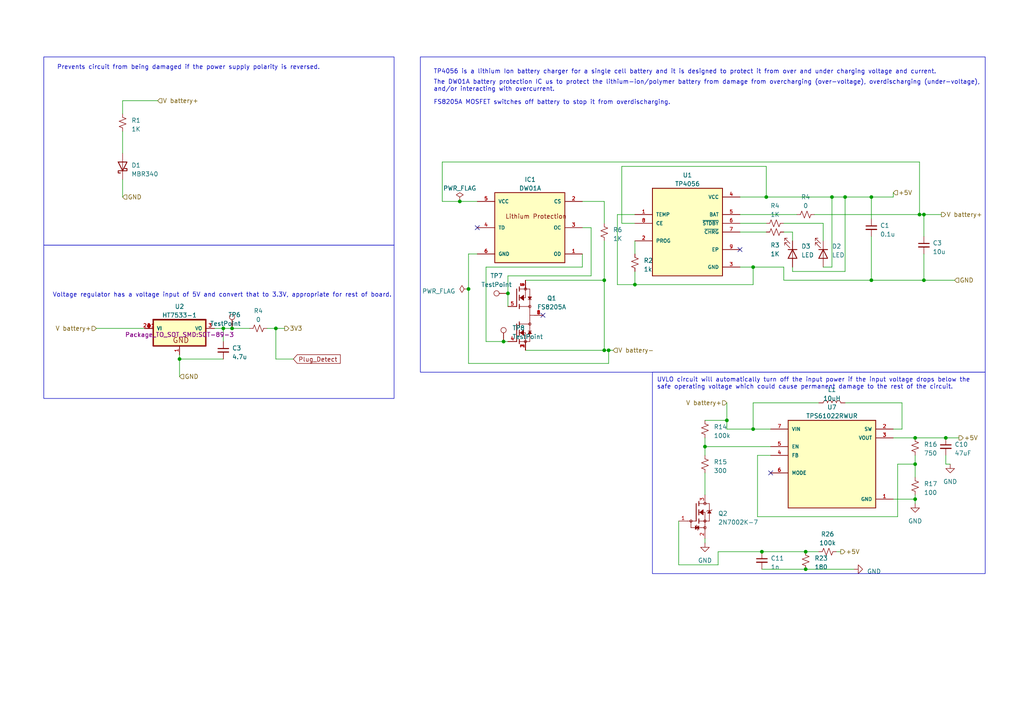
<source format=kicad_sch>
(kicad_sch (version 20230121) (generator eeschema)
  (paper "A4")
  (title_block (title "Power Module") (date "2023-04-13") (rev "v0.21") (company "University of Cape Town") (comment 1 "Author: Sayuri Moodley"))
  (lib_symbols
    (symbol "Connector:TestPoint" (pin_numbers hide) (pin_names (offset 0.762) hide)
      (property "Reference" "TP" (at 0 6.858 0))
      (property "Value" "TestPoint" (at 0 5.08 0))
      (symbol "TestPoint_0_1"
        (circle (center 0 3.302) (radius 0.762))
      )
      (symbol "TestPoint_1_1"
        (pin passive line (at 0 0 90) (length 2.54) (name "1") (number "1"))
      )
    )
    (symbol "Device:C_Small" (pin_numbers hide) (pin_names (offset 0.254) hide)
      (property "Reference" "C" (at 0.254 1.778 0))
      (property "Value" "C_Small" (at 0.254 -2.032 0))
      (symbol "C_Small_0_1"
        (polyline (pts (xy -1.524 -0.508) (xy 1.524 -0.508)) (stroke (width 0.3302)))
        (polyline (pts (xy -1.524 0.508) (xy 1.524 0.508)) (stroke (width 0.3048)))
      )
      (symbol "C_Small_1_1"
        (pin passive line (at 0 2.54 270) (length 2.032) (name "~") (number "1"))
        (pin passive line (at 0 -2.54 90) (length 2.032) (name "~") (number "2"))
      )
    )
    (symbol "Device:L" (pin_numbers hide) (pin_names (offset 1.016) hide)
      (property "Reference" "L" (at -1.27 0 90))
      (property "Value" "L" (at 1.905 0 90))
      (symbol "L_0_1"
        (arc (start 0 -2.54) (mid 0.6323 -1.905) (end 0 -1.27))
        (arc (start 0 -1.27) (mid 0.6323 -0.635) (end 0 0))
        (arc (start 0 0) (mid 0.6323 0.635) (end 0 1.27))
        (arc (start 0 1.27) (mid 0.6323 1.905) (end 0 2.54))
      )
      (symbol "L_1_1"
        (pin passive line (at 0 3.81 270) (length 1.27) (name "1") (number "1"))
        (pin passive line (at 0 -3.81 90) (length 1.27) (name "2") (number "2"))
      )
    )
    (symbol "Device:LED" (pin_numbers hide) (pin_names (offset 1.016) hide)
      (property "Reference" "D" (at 0 2.54 0))
      (property "Value" "LED" (at 0 -2.54 0))
      (symbol "LED_0_1"
        (polyline (pts (xy -1.27 -1.27) (xy -1.27 1.27)) (stroke (width 0.254)))
        (polyline (pts (xy -1.27 0) (xy 1.27 0)))
        (polyline (pts (xy 1.27 -1.27) (xy 1.27 1.27) (xy -1.27 0) (xy 1.27 -1.27)) (stroke (width 0.254)))
        (polyline (pts (xy -3.048 -0.762) (xy -4.572 -2.286) (xy -3.81 -2.286) (xy -4.572 -2.286) (xy -4.572 -1.524)))
        (polyline (pts (xy -1.778 -0.762) (xy -3.302 -2.286) (xy -2.54 -2.286) (xy -3.302 -2.286) (xy -3.302 -1.524)))
      )
      (symbol "LED_1_1"
        (pin passive line (at -3.81 0 0) (length 2.54) (name "K") (number "1"))
        (pin passive line (at 3.81 0 180) (length 2.54) (name "A") (number "2"))
      )
    )
    (symbol "Device:R_Small_US" (pin_numbers hide) (pin_names (offset 0.254) hide)
      (property "Reference" "R" (at 0.762 0.508 0))
      (property "Value" "R_Small_US" (at 0.762 -1.016 0))
      (symbol "R_Small_US_1_1"
        (polyline (pts (xy 0 0) (xy 1.016 -0.381) (xy 0 -0.762) (xy -1.016 -1.143) (xy 0 -1.524)))
        (polyline (pts (xy 0 1.524) (xy 1.016 1.143) (xy 0 0.762) (xy -1.016 0.381) (xy 0 0)))
        (pin passive line (at 0 2.54 270) (length 1.016) (name "~") (number "1"))
        (pin passive line (at 0 -2.54 90) (length 1.016) (name "~") (number "2"))
      )
    )
    (symbol "Diode:MBR340" (pin_numbers hide) (pin_names (offset 1.016) hide)
      (property "Reference" "D" (at 0 2.54 0))
      (property "Value" "MBR340" (at 0 -2.54 0))
      (symbol "MBR340_0_1"
        (polyline (pts (xy 1.27 0) (xy -1.27 0)))
        (polyline (pts (xy 1.27 1.27) (xy 1.27 -1.27) (xy -1.27 0) (xy 1.27 1.27)) (stroke (width 0.254)))
        (polyline (pts (xy -1.905 0.635) (xy -1.905 1.27) (xy -1.27 1.27) (xy -1.27 -1.27) (xy -0.635 -1.27) (xy -0.635 -0.635)) (stroke (width 0.254)))
      )
      (symbol "MBR340_1_1"
        (pin passive line (at -3.81 0 0) (length 2.54) (name "K") (number "1"))
        (pin passive line (at 3.81 0 180) (length 2.54) (name "A") (number "2"))
      )
    )
    (symbol "EEEE3088 Library:2N7002K-7" (pin_names (offset 1.016))
      (property "Reference" "Q" (at -8.89 2.54 0))
      (property "Value" "2N7002K-7" (at -8.89 -10.16 0))
      (symbol "2N7002K-7_0_0"
        (circle (center -1.524 -2.54) (radius 0.3592))
        (polyline (pts (xy -1.524 -4.445) (xy 0 -4.445)) (stroke (width 0.1524)))
        (polyline (pts (xy -1.524 -2.54) (xy -2.54 -2.54)) (stroke (width 0.1524)))
        (polyline (pts (xy -1.524 -2.54) (xy -1.524 -4.445)) (stroke (width 0.1524)))
        (polyline (pts (xy -0.254 -4.953) (xy 0 -4.445)) (stroke (width 0.1524)))
        (polyline (pts (xy -0.254 -4.953) (xy 0.254 -4.445)) (stroke (width 0.1524)))
        (polyline (pts (xy -0.254 -4.699) (xy -0.254 -4.953)) (stroke (width 0.1524)))
        (polyline (pts (xy -0.254 -4.699) (xy 0.254 -4.445)) (stroke (width 0.1524)))
        (polyline (pts (xy -0.254 -4.191) (xy -0.254 -4.699)) (stroke (width 0.1524)))
        (polyline (pts (xy -0.254 -4.191) (xy 0.254 -4.445)) (stroke (width 0.1524)))
        (polyline (pts (xy -0.254 -3.937) (xy -0.254 -4.191)) (stroke (width 0.1524)))
        (polyline (pts (xy -0.254 -3.937) (xy 0 -4.445)) (stroke (width 0.1524)))
        (polyline (pts (xy 0 -4.445) (xy -0.254 -4.699)) (stroke (width 0.1524)))
        (polyline (pts (xy 0 -4.445) (xy -0.254 -4.191)) (stroke (width 0.1524)))
        (polyline (pts (xy 0 -4.445) (xy 0.254 -4.445)) (stroke (width 0.1524)))
        (polyline (pts (xy 0 -3.683) (xy 0.254 -3.937)) (stroke (width 0.1524)))
        (polyline (pts (xy 0 -2.54) (xy -1.524 -2.54)) (stroke (width 0.1524)))
        (polyline (pts (xy 0 2.54) (xy 0 -2.54)) (stroke (width 0.254)))
        (polyline (pts (xy 0.254 -4.953) (xy 0.508 -5.207)) (stroke (width 0.1524)))
        (polyline (pts (xy 0.254 -4.445) (xy -0.254 -3.937)) (stroke (width 0.1524)))
        (polyline (pts (xy 0.254 -4.445) (xy 0.254 -4.953)) (stroke (width 0.1524)))
        (polyline (pts (xy 0.254 -4.445) (xy 0.254 -3.937)) (stroke (width 0.1524)))
        (polyline (pts (xy 0.254 -4.445) (xy 0.508 -4.445)) (stroke (width 0.1524)))
        (polyline (pts (xy 0.254 -4.445) (xy 0.762 -4.699)) (stroke (width 0.1524)))
        (polyline (pts (xy 0.508 -4.445) (xy 0.508 -4.191)) (stroke (width 0.1524)))
        (polyline (pts (xy 0.508 -4.445) (xy 0.762 -4.953)) (stroke (width 0.1524)))
        (polyline (pts (xy 0.508 -4.445) (xy 2.54 -4.445)) (stroke (width 0.1524)))
        (polyline (pts (xy 0.508 -4.191) (xy 0.254 -4.445)) (stroke (width 0.1524)))
        (polyline (pts (xy 0.508 -4.191) (xy 0.762 -4.191)) (stroke (width 0.1524)))
        (polyline (pts (xy 0.508 -4.191) (xy 0.762 -3.937)) (stroke (width 0.1524)))
        (polyline (pts (xy 0.762 -4.953) (xy 0.254 -4.445)) (stroke (width 0.1524)))
        (polyline (pts (xy 0.762 -4.699) (xy 0.508 -4.191)) (stroke (width 0.1524)))
        (polyline (pts (xy 0.762 -4.699) (xy 0.762 -4.953)) (stroke (width 0.1524)))
        (polyline (pts (xy 0.762 -4.191) (xy 0.508 -4.445)) (stroke (width 0.1524)))
        (polyline (pts (xy 0.762 -4.191) (xy 0.762 -4.699)) (stroke (width 0.1524)))
        (polyline (pts (xy 0.762 -3.937) (xy 0.762 -4.191)) (stroke (width 0.1524)))
        (polyline (pts (xy 0.762 -2.54) (xy 0.762 -3.175)) (stroke (width 0.254)))
        (polyline (pts (xy 0.762 -1.905) (xy 0.762 -2.54)) (stroke (width 0.254)))
        (polyline (pts (xy 0.762 0) (xy 0.762 -0.762)) (stroke (width 0.254)))
        (polyline (pts (xy 0.762 0) (xy 2.54 0)) (stroke (width 0.1524)))
        (polyline (pts (xy 0.762 0.762) (xy 0.762 0)) (stroke (width 0.254)))
        (polyline (pts (xy 0.762 2.54) (xy 0.762 1.905)) (stroke (width 0.254)))
        (polyline (pts (xy 0.762 2.54) (xy 3.81 2.54)) (stroke (width 0.1524)))
        (polyline (pts (xy 0.762 3.175) (xy 0.762 2.54)) (stroke (width 0.254)))
        (polyline (pts (xy 2.54 -2.54) (xy 0.762 -2.54)) (stroke (width 0.1524)))
        (polyline (pts (xy 2.54 -2.54) (xy 2.54 -5.08)) (stroke (width 0.1524)))
        (polyline (pts (xy 2.54 -2.54) (xy 3.81 -2.54)) (stroke (width 0.1524)))
        (polyline (pts (xy 2.54 0) (xy 2.54 -2.54)) (stroke (width 0.1524)))
        (polyline (pts (xy 3.302 0.508) (xy 3.048 0.254)) (stroke (width 0.1524)))
        (polyline (pts (xy 3.81 0.508) (xy 3.302 0.508)) (stroke (width 0.1524)))
        (polyline (pts (xy 3.81 0.508) (xy 3.81 -2.54)) (stroke (width 0.1524)))
        (polyline (pts (xy 3.81 2.54) (xy 3.81 0.508)) (stroke (width 0.1524)))
        (polyline (pts (xy 4.318 0.508) (xy 3.81 0.508)) (stroke (width 0.1524)))
        (polyline (pts (xy 4.572 0.762) (xy 4.318 0.508)) (stroke (width 0.1524)))
        (polyline (pts (xy 1.016 0) (xy 2.032 0.762) (xy 2.032 -0.762) (xy 1.016 0)) (stroke (width 0.1524)) (fill (type outline)))
        (polyline (pts (xy 3.81 0.508) (xy 3.302 -0.254) (xy 4.318 -0.254) (xy 3.81 0.508)) (stroke (width 0.1524)) (fill (type outline)))
        (circle (center 2.54 -4.445) (radius 0.3592))
        (circle (center 2.54 -2.54) (radius 0.3592))
        (circle (center 2.54 2.54) (radius 0.3592))
        (pin passive line (at -5.08 -2.54 0) (length 2.54) (name "~") (number "1"))
        (pin passive line (at 2.54 -7.62 90) (length 2.54) (name "~") (number "2"))
        (pin passive line (at 2.54 5.08 270) (length 2.54) (name "~") (number "3"))
      )
    )
    (symbol "EEEE3088 Library:DW01A" (pin_names (offset 1.016))
      (property "Reference" "IC" (at -5.08 11.43 0))
      (property "Value" "DW01A" (at -5.08 -12.7 0))
      (symbol "DW01A_0_0"
        (rectangle (start -10.16 -10.16) (end 10.16 10.16) (stroke (width 0.254)) (fill (type background)))
        (text "Lithium Protection" (at -7.112 2.54 0) (effects (font (size 1.27 1.27)) (justify left bottom)))
        (pin bidirectional line (at 15.24 -7.62 180) (length 5.08) (name "OD") (number "1"))
        (pin bidirectional line (at 15.24 7.62 180) (length 5.08) (name "CS") (number "2"))
        (pin bidirectional line (at 15.24 0 180) (length 5.08) (name "OC") (number "3"))
        (pin bidirectional line (at -15.24 0 0) (length 5.08) (name "TD") (number "4"))
        (pin power_in line (at -15.24 7.62 0) (length 5.08) (name "VCC") (number "5"))
        (pin power_in line (at -15.24 -7.62 0) (length 5.08) (name "GND") (number "6"))
      )
    )
    (symbol "EEEE3088 Library:FS8205A" (pin_names (offset 1.016))
      (property "Reference" "Q" (at -11.43 7.62 0))
      (property "Value" "FS8205A" (at -11.43 -12.7 0))
      (symbol "FS8205A_0_0"
        (circle (center 0 -7.62) (radius 0.3592))
        (polyline (pts (xy -2.54 -2.54) (xy -2.54 -7.62)) (stroke (width 0.254)))
        (polyline (pts (xy -2.54 7.62) (xy -2.54 2.54)) (stroke (width 0.254)))
        (polyline (pts (xy -1.778 -7.62) (xy -1.778 -8.255)) (stroke (width 0.254)))
        (polyline (pts (xy -1.778 -6.985) (xy -1.778 -7.62)) (stroke (width 0.254)))
        (polyline (pts (xy -1.778 -5.08) (xy -1.778 -5.842)) (stroke (width 0.254)))
        (polyline (pts (xy -1.778 -5.08) (xy 0 -5.08)) (stroke (width 0.1524)))
        (polyline (pts (xy -1.778 -4.318) (xy -1.778 -5.08)) (stroke (width 0.254)))
        (polyline (pts (xy -1.778 -2.54) (xy -1.778 -3.175)) (stroke (width 0.254)))
        (polyline (pts (xy -1.778 -2.54) (xy 1.27 -2.54)) (stroke (width 0.1524)))
        (polyline (pts (xy -1.778 -1.905) (xy -1.778 -2.54)) (stroke (width 0.254)))
        (polyline (pts (xy -1.778 2.54) (xy -1.778 1.905)) (stroke (width 0.254)))
        (polyline (pts (xy -1.778 3.175) (xy -1.778 2.54)) (stroke (width 0.254)))
        (polyline (pts (xy -1.778 5.08) (xy -1.778 4.318)) (stroke (width 0.254)))
        (polyline (pts (xy -1.778 5.08) (xy 0 5.08)) (stroke (width 0.1524)))
        (polyline (pts (xy -1.778 5.842) (xy -1.778 5.08)) (stroke (width 0.254)))
        (polyline (pts (xy -1.778 7.62) (xy -1.778 6.985)) (stroke (width 0.254)))
        (polyline (pts (xy -1.778 7.62) (xy 1.27 7.62)) (stroke (width 0.1524)))
        (polyline (pts (xy -1.778 8.255) (xy -1.778 7.62)) (stroke (width 0.254)))
        (polyline (pts (xy 0 -7.62) (xy -1.778 -7.62)) (stroke (width 0.1524)))
        (polyline (pts (xy 0 -7.62) (xy 1.27 -7.62)) (stroke (width 0.1524)))
        (polyline (pts (xy 0 -5.08) (xy 0 -7.62)) (stroke (width 0.1524)))
        (polyline (pts (xy 0 7.62) (xy 0 5.08)) (stroke (width 0.1524)))
        (polyline (pts (xy 0.762 4.572) (xy 1.27 4.572)) (stroke (width 0.1524)))
        (polyline (pts (xy 1.27 -4.572) (xy 0.762 -4.572)) (stroke (width 0.1524)))
        (polyline (pts (xy 1.27 -4.572) (xy 1.27 -7.62)) (stroke (width 0.1524)))
        (polyline (pts (xy 1.27 -2.54) (xy 1.27 -4.572)) (stroke (width 0.1524)))
        (polyline (pts (xy 1.27 -2.54) (xy 1.27 0)) (stroke (width 0.1524)))
        (polyline (pts (xy 1.27 0) (xy 1.27 2.54)) (stroke (width 0.1524)))
        (polyline (pts (xy 1.27 0) (xy 2.54 0)) (stroke (width 0.1524)))
        (polyline (pts (xy 1.27 2.54) (xy -1.778 2.54)) (stroke (width 0.1524)))
        (polyline (pts (xy 1.27 2.54) (xy 1.27 4.572)) (stroke (width 0.1524)))
        (polyline (pts (xy 1.27 4.572) (xy 1.27 7.62)) (stroke (width 0.1524)))
        (polyline (pts (xy 1.27 4.572) (xy 1.778 4.572)) (stroke (width 0.1524)))
        (polyline (pts (xy 1.778 -4.572) (xy 1.27 -4.572)) (stroke (width 0.1524)))
        (polyline (pts (xy -1.524 -5.08) (xy -0.508 -4.318) (xy -0.508 -5.842) (xy -1.524 -5.08)) (stroke (width 0.1524)) (fill (type outline)))
        (polyline (pts (xy -1.524 5.08) (xy -0.508 5.842) (xy -0.508 4.318) (xy -1.524 5.08)) (stroke (width 0.1524)) (fill (type outline)))
        (polyline (pts (xy 1.27 -4.572) (xy 0.762 -5.334) (xy 1.778 -5.334) (xy 1.27 -4.572)) (stroke (width 0.1524)) (fill (type outline)))
        (polyline (pts (xy 1.27 4.572) (xy 1.778 5.334) (xy 0.762 5.334) (xy 1.27 4.572)) (stroke (width 0.1524)) (fill (type outline)))
        (circle (center 0 7.62) (radius 0.3592))
        (circle (center 1.27 -2.54) (radius 0.3592))
        (circle (center 1.27 2.54) (radius 0.3592))
        (pin passive line (at 5.08 0 180) (length 2.54) (name "~") (number "1"))
        (pin passive line (at 0 -10.16 90) (length 2.54) (name "~") (number "2"))
        (pin passive line (at 0 -10.16 90) (length 2.54) (name "~") (number "3"))
        (pin passive line (at -5.08 -7.62 0) (length 2.54) (name "~") (number "4"))
        (pin passive line (at -5.08 2.54 0) (length 2.54) (name "~") (number "5"))
        (pin passive line (at 0 10.16 270) (length 2.54) (name "~") (number "6"))
        (pin passive line (at 0 10.16 270) (length 2.54) (name "~") (number "7"))
        (pin passive line (at 5.08 0 180) (length 2.54) (name "~") (number "8"))
      )
    )
    (symbol "EEEE3088 Library:HT7533-1" (pin_names (offset 1.016))
      (property "Reference" "U" (at -7.6228 8.2581 0))
      (property "Value" "HT7533-1" (at -7.6342 5.7256 0))
      (symbol "HT7533-1_0_0"
        (rectangle (start -7.62 -2.54) (end 7.62 5.08) (stroke (width 0.4064)) (fill (type background)))
        (polyline (pts (xy 7.62 5.08) (xy -7.62 5.08)) (stroke (width 0.4064)))
        (text "GND" (at -2.036 -1.7815 0) (effects (font (size 1.527 1.527)) (justify left bottom)))
        (pin passive line (at 0 -5.08 90) (length 2.54) (name "~") (number "1"))
        (pin input line (at -10.16 2.54 0) (length 2.54) (name "VI") (number "2"))
        (pin input line (at -10.16 2.54 0) (length 2.54) (name "VI") (number "2@1"))
        (pin passive line (at 10.16 2.54 180) (length 2.54) (name "VO") (number "3"))
      )
    )
    (symbol "EEEE3088 Library:TP4056" (pin_names (offset 1.016))
      (property "Reference" "U" (at -10.16 13.208 0))
      (property "Value" "TP4056" (at -10.16 -15.24 0))
      (symbol "TP4056_0_0"
        (rectangle (start -10.16 -12.7) (end 10.16 12.7) (stroke (width 0.254)) (fill (type background)))
        (pin input line (at -15.24 5.08 0) (length 5.08) (name "TEMP") (number "1"))
        (pin bidirectional line (at -15.24 -2.54 0) (length 5.08) (name "PROG") (number "2"))
        (pin power_in line (at 15.24 -10.16 180) (length 5.08) (name "GND") (number "3"))
        (pin power_in line (at 15.24 10.16 180) (length 5.08) (name "VCC") (number "4"))
        (pin output line (at 15.24 5.08 180) (length 5.08) (name "BAT") (number "5"))
        (pin output line (at 15.24 2.54 180) (length 5.08) (name "~{STDBY}") (number "6"))
        (pin output line (at 15.24 0 180) (length 5.08) (name "~{CHRG}") (number "7"))
        (pin input line (at -15.24 2.54 0) (length 5.08) (name "CE") (number "8"))
        (pin passive line (at 15.24 -5.08 180) (length 5.08) (name "EP") (number "9"))
      )
    )
    (symbol "EEEE3088 Library:TPS61022RWUR" (pin_names (offset 1.016))
      (property "Reference" "U" (at -12.7 13.97 0))
      (property "Value" "TPS61022RWUR" (at -12.7 -13.97 0))
      (symbol "TPS61022RWUR_0_0"
        (rectangle (start -12.7 -12.7) (end 12.7 12.7) (stroke (width 0.254)) (fill (type background)))
        (pin power_in line (at 17.78 -10.16 180) (length 5.08) (name "GND") (number "1"))
        (pin output line (at 17.78 10.16 180) (length 5.08) (name "SW") (number "2"))
        (pin output line (at 17.78 7.62 180) (length 5.08) (name "VOUT") (number "3"))
        (pin input line (at -17.78 2.54 0) (length 5.08) (name "FB") (number "4"))
        (pin input line (at -17.78 5.08 0) (length 5.08) (name "EN") (number "5"))
        (pin input line (at -17.78 -2.54 0) (length 5.08) (name "MODE") (number "6"))
        (pin input line (at -17.78 10.16 0) (length 5.08) (name "VIN") (number "7"))
      )
    )
    (symbol "power:GND" (power) (pin_names (offset 0))
      (property "Value" "GND" (at 0 -3.81 0))
      (symbol "GND_0_1"
        (polyline (pts (xy 0 0) (xy 0 -1.27) (xy 1.27 -1.27) (xy 0 -2.54) (xy -1.27 -1.27) (xy 0 -1.27)))
      )
      (symbol "GND_1_1"
        (pin power_in line (at 0 0 270) (length 0) hide (name "GND") (number "1"))
      )
    )
    (symbol "power:PWR_FLAG" (power) (pin_numbers hide) (pin_names (offset 0) hide)
      (property "Value" "PWR_FLAG" (at 0 3.81 0))
      (symbol "PWR_FLAG_0_0"
        (pin power_out line (at 0 0 90) (length 0) (name "pwr") (number "1"))
      )
      (symbol "PWR_FLAG_0_1"
        (polyline (pts (xy 0 0) (xy 0 1.27) (xy -1.016 1.905) (xy 0 2.54) (xy 1.016 1.905) (xy 0 1.27)))
      )
    )
  )
  (junction (at 252.73 81.28))
  (junction (at 265.43 134.62))
  (junction (at 245.11 57.15))
  (junction (at 175.26 81.28))
  (junction (at 175.26 101.6))
  (junction (at 220.98 160.02))
  (junction (at 233.68 160.02))
  (junction (at 210.82 121.92))
  (junction (at 267.97 81.28))
  (junction (at 233.68 165.1))
  (junction (at 241.3 57.15))
  (junction (at 52.07 104.14))
  (junction (at 218.44 77.47))
  (junction (at 135.89 83.82))
  (junction (at 67.31 95.25))
  (junction (at 267.97 62.23))
  (junction (at 266.7 62.23))
  (junction (at 222.25 57.15))
  (junction (at 147.32 85.09))
  (junction (at 80.01 95.25))
  (junction (at 274.32 127))
  (junction (at 218.44 124.46))
  (junction (at 204.47 129.54))
  (junction (at 265.43 144.78))
  (junction (at 184.15 82.55))
  (junction (at 133.35 58.42))
  (junction (at 146.05 99.06))
  (junction (at 252.73 57.15))
  (junction (at 176.53 101.6))
  (junction (at 265.43 127))
  (junction (at 64.77 95.25))
  (no_connect (at 138.43 66.04))
  (no_connect (at 214.63 72.39))
  (no_connect (at 157.48 91.44))
  (no_connect (at 223.52 137.16))
  (wire (pts (xy 204.47 127) (xy 204.47 129.54)))
  (wire (pts (xy 168.91 66.04) (xy 171.45 66.04)))
  (wire (pts (xy 229.87 78.74) (xy 245.11 78.74)))
  (wire (pts (xy 180.34 64.77) (xy 180.34 48.26)))
  (wire (pts (xy 35.56 38.1) (xy 35.56 44.45)))
  (wire (pts (xy 135.89 83.82) (xy 135.89 105.41)))
  (wire (pts (xy 147.32 80.01) (xy 171.45 80.01)))
  (wire (pts (xy 274.32 132.08) (xy 274.32 134.62)))
  (wire (pts (xy 204.47 129.54) (xy 223.52 129.54)))
  (wire (pts (xy 265.43 134.62) (xy 265.43 138.43)))
  (wire (pts (xy 140.97 77.47) (xy 140.97 99.06)))
  (wire (pts (xy 220.98 165.1) (xy 233.68 165.1)))
  (wire (pts (xy 265.43 143.51) (xy 265.43 144.78)))
  (wire (pts (xy 176.53 105.41) (xy 176.53 101.6)))
  (wire (pts (xy 267.97 73.66) (xy 267.97 81.28)))
  (wire (pts (xy 233.68 165.1) (xy 247.65 165.1)))
  (wire (pts (xy 241.3 57.15) (xy 245.11 57.15)))
  (wire (pts (xy 85.09 104.14) (xy 80.01 104.14)))
  (wire (pts (xy 245.11 78.74) (xy 245.11 57.15)))
  (wire (pts (xy 204.47 121.92) (xy 210.82 121.92)))
  (wire (pts (xy 219.71 132.08) (xy 219.71 149.86)))
  (wire (pts (xy 168.91 77.47) (xy 140.97 77.47)))
  (wire (pts (xy 218.44 124.46) (xy 223.52 124.46)))
  (wire (pts (xy 214.63 64.77) (xy 222.25 64.77)))
  (wire (pts (xy 214.63 57.15) (xy 222.25 57.15)))
  (wire (pts (xy 175.26 58.42) (xy 175.26 64.77)))
  (wire (pts (xy 227.33 64.77) (xy 238.76 64.77)))
  (wire (pts (xy 233.68 160.02) (xy 237.49 160.02)))
  (wire (pts (xy 238.76 77.47) (xy 241.3 77.47)))
  (wire (pts (xy 218.44 82.55) (xy 218.44 77.47)))
  (wire (pts (xy 168.91 73.66) (xy 168.91 77.47)))
  (wire (pts (xy 147.32 80.01) (xy 147.32 85.09)))
  (wire (pts (xy 214.63 67.31) (xy 222.25 67.31)))
  (wire (pts (xy 175.26 81.28) (xy 152.4 81.28)))
  (wire (pts (xy 179.07 62.23) (xy 184.15 62.23)))
  (wire (pts (xy 259.08 144.78) (xy 265.43 144.78)))
  (wire (pts (xy 245.11 116.84) (xy 261.62 116.84)))
  (wire (pts (xy 140.97 99.06) (xy 146.05 99.06)))
  (wire (pts (xy 138.43 73.66) (xy 135.89 73.66)))
  (wire (pts (xy 236.22 62.23) (xy 266.7 62.23)))
  (wire (pts (xy 52.07 104.14) (xy 52.07 109.22)))
  (wire (pts (xy 62.23 95.25) (xy 64.77 95.25)))
  (wire (pts (xy 241.3 57.15) (xy 241.3 77.47)))
  (wire (pts (xy 208.28 160.02) (xy 208.28 163.83)))
  (wire (pts (xy 146.05 99.06) (xy 147.32 99.06)))
  (wire (pts (xy 261.62 116.84) (xy 261.62 124.46)))
  (wire (pts (xy 259.08 55.88) (xy 259.08 57.15)))
  (wire (pts (xy 245.11 57.15) (xy 252.73 57.15)))
  (wire (pts (xy 64.77 95.25) (xy 64.77 99.06)))
  (wire (pts (xy 138.43 58.42) (xy 133.35 58.42)))
  (wire (pts (xy 267.97 62.23) (xy 273.05 62.23)))
  (wire (pts (xy 147.32 88.9) (xy 147.32 85.09)))
  (wire (pts (xy 67.31 95.25) (xy 72.39 95.25)))
  (wire (pts (xy 223.52 132.08) (xy 219.71 132.08)))
  (wire (pts (xy 128.27 46.99) (xy 266.7 46.99)))
  (wire (pts (xy 35.56 52.07) (xy 35.56 57.15)))
  (wire (pts (xy 204.47 156.21) (xy 204.47 157.48)))
  (wire (pts (xy 218.44 77.47) (xy 227.33 77.47)))
  (wire (pts (xy 265.43 132.08) (xy 265.43 134.62)))
  (wire (pts (xy 204.47 137.16) (xy 204.47 143.51)))
  (wire (pts (xy 179.07 62.23) (xy 179.07 82.55)))
  (wire (pts (xy 184.15 78.74) (xy 184.15 82.55)))
  (wire (pts (xy 77.47 95.25) (xy 80.01 95.25)))
  (wire (pts (xy 266.7 62.23) (xy 267.97 62.23)))
  (wire (pts (xy 214.63 77.47) (xy 218.44 77.47)))
  (wire (pts (xy 180.34 48.26) (xy 222.25 48.26)))
  (wire (pts (xy 227.33 77.47) (xy 227.33 81.28)))
  (wire (pts (xy 27.94 95.25) (xy 41.91 95.25)))
  (wire (pts (xy 229.87 67.31) (xy 229.87 69.85)))
  (wire (pts (xy 242.57 160.02) (xy 243.84 160.02)))
  (wire (pts (xy 35.56 29.21) (xy 35.56 33.02)))
  (wire (pts (xy 274.32 127) (xy 278.13 127)))
  (wire (pts (xy 45.72 29.21) (xy 35.56 29.21)))
  (wire (pts (xy 176.53 101.6) (xy 177.8 101.6)))
  (wire (pts (xy 210.82 116.84) (xy 210.82 121.92)))
  (wire (pts (xy 52.07 104.14) (xy 64.77 104.14)))
  (wire (pts (xy 128.27 46.99) (xy 128.27 58.42)))
  (wire (pts (xy 220.98 160.02) (xy 233.68 160.02)))
  (wire (pts (xy 219.71 149.86) (xy 260.35 149.86)))
  (wire (pts (xy 210.82 124.46) (xy 218.44 124.46)))
  (wire (pts (xy 133.35 58.42) (xy 128.27 58.42)))
  (wire (pts (xy 265.43 144.78) (xy 265.43 146.05)))
  (wire (pts (xy 175.26 81.28) (xy 175.26 101.6)))
  (wire (pts (xy 227.33 67.31) (xy 229.87 67.31)))
  (wire (pts (xy 208.28 160.02) (xy 220.98 160.02)))
  (wire (pts (xy 265.43 127) (xy 274.32 127)))
  (wire (pts (xy 184.15 64.77) (xy 180.34 64.77)))
  (wire (pts (xy 227.33 81.28) (xy 252.73 81.28)))
  (wire (pts (xy 260.35 134.62) (xy 265.43 134.62)))
  (wire (pts (xy 266.7 46.99) (xy 266.7 62.23)))
  (wire (pts (xy 64.77 95.25) (xy 67.31 95.25)))
  (wire (pts (xy 252.73 81.28) (xy 267.97 81.28)))
  (wire (pts (xy 196.85 163.83) (xy 196.85 151.13)))
  (wire (pts (xy 222.25 48.26) (xy 222.25 57.15)))
  (wire (pts (xy 214.63 62.23) (xy 231.14 62.23)))
  (wire (pts (xy 52.07 102.87) (xy 52.07 104.14)))
  (wire (pts (xy 184.15 82.55) (xy 218.44 82.55)))
  (wire (pts (xy 267.97 62.23) (xy 267.97 68.58)))
  (wire (pts (xy 80.01 95.25) (xy 80.01 104.14)))
  (wire (pts (xy 259.08 127) (xy 265.43 127)))
  (wire (pts (xy 267.97 81.28) (xy 276.86 81.28)))
  (wire (pts (xy 222.25 57.15) (xy 241.3 57.15)))
  (wire (pts (xy 152.4 101.6) (xy 175.26 101.6)))
  (wire (pts (xy 80.01 95.25) (xy 82.55 95.25)))
  (wire (pts (xy 218.44 116.84) (xy 218.44 124.46)))
  (wire (pts (xy 274.32 134.62) (xy 275.59 134.62)))
  (wire (pts (xy 210.82 121.92) (xy 210.82 124.46)))
  (wire (pts (xy 237.49 116.84) (xy 218.44 116.84)))
  (wire (pts (xy 252.73 68.58) (xy 252.73 81.28)))
  (wire (pts (xy 175.26 69.85) (xy 175.26 81.28)))
  (wire (pts (xy 260.35 149.86) (xy 260.35 134.62)))
  (wire (pts (xy 168.91 58.42) (xy 175.26 58.42)))
  (wire (pts (xy 204.47 129.54) (xy 204.47 132.08)))
  (wire (pts (xy 175.26 101.6) (xy 176.53 101.6)))
  (wire (pts (xy 171.45 80.01) (xy 171.45 66.04)))
  (wire (pts (xy 184.15 69.85) (xy 184.15 73.66)))
  (wire (pts (xy 179.07 82.55) (xy 184.15 82.55)))
  (wire (pts (xy 238.76 64.77) (xy 238.76 69.85)))
  (wire (pts (xy 135.89 105.41) (xy 176.53 105.41)))
  (wire (pts (xy 208.28 163.83) (xy 196.85 163.83)))
  (wire (pts (xy 252.73 57.15) (xy 252.73 63.5)))
  (wire (pts (xy 229.87 77.47) (xy 229.87 78.74)))
  (wire (pts (xy 261.62 124.46) (xy 259.08 124.46)))
  (wire (pts (xy 252.73 57.15) (xy 259.08 57.15)))
  (wire (pts (xy 135.89 73.66) (xy 135.89 83.82)))
  (rectangle (start 121.92 16.51) (end 285.75 107.95))
  (rectangle (start 189.23 107.95) (end 285.75 166.37))
  (rectangle (start 12.7 71.12) (end 114.3 115.57))
  (rectangle (start 12.7 16.51) (end 114.3 71.12))
  (text "The DW01A battery protection IC us to protect the lithium-ion/polymer battery from damage from overcharging (over-voltage), overdischarging (under-voltage), \nand/or interacting with overcurrent." (at 125.73 26.67 0) (effects (font (size 1.27 1.27)) (justify left bottom)))
  (text "FS8205A MOSFET switches off battery to stop it from overdischarging." (at 125.73 30.48 0) (effects (font (size 1.27 1.27)) (justify left bottom)))
  (text "UVLO circuit will automatically turn off the input power if the input voltage drops below the \nsafe operating voltage which could cause permanent damage to the rest of the circuit.\n" (at 190.5 113.03 0) (effects (font (size 1.27 1.27)) (justify left bottom)))
  (text "Prevents circuit from being damaged if the power supply polarity is reversed." (at 16.51 20.32 0) (effects (font (size 1.27 1.27)) (justify left bottom)))
  (text "TP4056 is a lithium Ion battery charger for a single cell battery and it is designed to protect it from over and under charging voltage and current." (at 125.73 21.59 0) (effects (font (size 1.27 1.27)) (justify left bottom)))
  (text "Voltage regulator has a voltage input of 5V and convert that to 3.3V, appropriate for rest of board.  " (at 15.24 86.36 0) (effects (font (size 1.27 1.27)) (justify left bottom)))
  (global_label "Plug_Detect" (shape input) (at 85.09 104.14 0) (property "Intersheetrefs" "${INTERSHEET_REFS}" (effects hide)))
  (hierarchical_label "V battery+" (shape input) (at 45.72 29.21 0))
  (hierarchical_label "V battery-" (shape input) (at 177.8 101.6 0))
  (hierarchical_label "3V3" (shape output) (at 82.55 95.25 0))
  (hierarchical_label "V battery+" (shape output) (at 273.05 62.23 0))
  (hierarchical_label "V battery+" (shape input) (at 27.94 95.25 180))
  (hierarchical_label "+5V" (shape input) (at 259.08 55.88 0))
  (hierarchical_label "GND" (shape input) (at 52.07 109.22 0))
  (hierarchical_label "V battery+" (shape input) (at 210.82 116.84 180))
  (hierarchical_label "GND" (shape input) (at 35.56 57.15 0))
  (hierarchical_label "+5V" (shape output) (at 243.84 160.02 0))
  (hierarchical_label "+5V" (shape output) (at 278.13 127 0))
  (hierarchical_label "GND" (shape input) (at 276.86 81.28 0))
  (symbol (lib_id "Connector:TestPoint") (at 67.31 95.25 0) (unit 1)
    (property "Reference" "TP6" (at 69.85 91.313 0) (effects (justify right)))
    (property "Value" "TestPoint" (at 69.85 93.853 0) (effects (justify right)))
    (property "Footprint" "TestPoint:TestPoint_Pad_D1.5mm" (effects hide))
  )
  (symbol (lib_id "power:PWR_FLAG") (at 135.89 83.82 90) (unit 1)
    (property "Reference" "#FLG04" (effects hide))
    (property "Value" "PWR_FLAG" (at 132.08 84.455 90) (effects (justify left)))
  )
  (symbol (lib_id "Device:R_Small_US") (at 265.43 140.97 0) (unit 1)
    (property "Reference" "R17" (at 267.97 140.335 0) (effects (justify left)))
    (property "Value" "100" (at 267.97 142.875 0) (effects (justify left)))
    (property "Footprint" "Resistor_SMD:R_1206_3216Metric" (effects hide))
    (property "Component Name" "Resistor" (effects hide))
    (property "Cost Per unit" "U$0.0031" (effects hide))
    (property "Cost per Board" "U$0.0031" (effects hide))
    (property "Five Board Cost" "U$0.0155" (effects hide))
    (property "LCSC" "C17900" (effects hide))
  )
  (symbol (lib_id "Connector:TestPoint") (at 147.32 85.09 90) (unit 1)
    (property "Reference" "TP7" (at 144.018 80.01 90))
    (property "Value" "TestPoint" (at 144.018 82.55 90))
    (property "Footprint" "TestPoint:TestPoint_Pad_D1.5mm" (effects hide))
  )
  (symbol (lib_id "Device:R_Small_US") (at 233.68 162.56 0) (unit 1)
    (property "Reference" "R23" (at 236.22 161.925 0) (effects (justify left)))
    (property "Value" "180" (at 236.22 164.465 0) (effects (justify left)))
    (property "Footprint" "Resistor_SMD:R_1206_3216Metric" (effects hide))
    (property "Component Name" "Resistor" (effects hide))
    (property "Cost Per unit" "U$0.0033" (effects hide))
    (property "Cost per Board" "U$0.0033" (effects hide))
    (property "Five Board Cost" "U$0.0165" (effects hide))
    (property "LCSC" "C17924" (effects hide))
  )
  (symbol (lib_id "EEEE3088 Library:TPS61022RWUR") (at 241.3 134.62 0) (unit 1)
    (property "Reference" "U7" (at 241.3 118.11 0))
    (property "Value" "TPS61022RWUR" (at 241.3 120.65 0))
    (property "Footprint" "newLibrary:CONV_TPS61022RWUR" (effects hide))
    (property "PARTREV" "4223724/C 02/2018" (effects hide))
    (property "MANUFACTURER" "Texas Instruments" (effects hide))
    (property "MAXIMUM_PACKAGE_HEIGHT" "1.00mm" (effects hide))
    (property "Component Name" "UVLO" (effects hide))
    (property "Cost Per unit" "U$0.6269" (effects hide))
    (property "Cost per Board" "U$0.6269" (effects hide))
    (property "Five Board Cost" "U$3.1345" (effects hide))
    (property "LCSC" "C915088" (effects hide))
  )
  (symbol (lib_id "EEEE3088 Library:2N7002K-7") (at 201.93 148.59 0) (unit 1)
    (property "Reference" "Q2" (at 208.28 148.9456 0) (effects (justify left)))
    (property "Value" "2N7002K-7" (at 208.28 151.4856 0) (effects (justify left)))
    (property "Footprint" "Package_TO_SOT_SMD:SOT-23" (effects hide))
    (property "MAXIMUM_PACKAGE_HIEGHT" "1.1mm" (effects hide))
    (property "PARTREV" "15-2" (effects hide))
    (property "MANUFACTURER" "Diodes Inc." (effects hide))
    (property "STANDARD" "IPC7351B" (effects hide))
    (property "Component Name" "MOSFET" (effects hide))
    (property "Cost Per unit" "U$0.0508" (effects hide))
    (property "Cost per Board" "U$0.0508" (effects hide))
    (property "Five Board Cost" "U$0.254" (effects hide))
    (property "LCSC" "C111971" (effects hide))
  )
  (symbol (lib_id "Device:R_Small_US") (at 184.15 76.2 0) (unit 1)
    (property "Reference" "R2" (at 186.69 75.565 0) (effects (justify left)))
    (property "Value" "1k" (at 186.69 78.105 0) (effects (justify left)))
    (property "Footprint" "Resistor_SMD:R_1206_3216Metric" (effects hide))
    (property "Cost per Board" "U$0.0030" (effects hide))
    (property "Five Board Cost" "U$0.0030" (effects hide))
    (property "JLC PCB Part Number" "NA" (effects hide))
    (property "Component Name" "Resistor" (effects hide))
    (property "Cost Per unit" "U$0.0030" (effects hide))
    (property "LCSC" "C25862" (effects hide))
    (property "JLC Part Number" "C4410" (effects hide))
    (instances (project "PowerSchematicNew" (path "" (reference "R2") (unit 1))) (project "main_v0.6" (path "" (reference "R11") (unit 1))))
  )
  (symbol (lib_id "power:PWR_FLAG") (at 133.35 58.42 0) (unit 1)
    (property "Reference" "#FLG02" (effects hide))
    (property "Value" "PWR_FLAG" (at 133.35 54.61 0))
    (instances (project "PowerSchematicNew" (path "" (reference "#FLG02") (unit 1))) (project "main_v0.6" (path "" (reference "#FLG03") (unit 1))))
  )
  (symbol (lib_id "Device:C_Small") (at 64.77 101.6 0) (unit 1)
    (property "Reference" "C3" (at 67.31 100.9713 0) (effects (justify left)))
    (property "Value" "4.7u" (at 67.31 103.5113 0) (effects (justify left)))
    (property "Footprint" "Capacitor_SMD:C_1206_3216Metric" (effects hide))
    (property "Cost per Board" "U$0.0339" (effects hide))
    (property "Five Board Cost" "U$0.1695" (effects hide))
    (property "JLC PCB Part Number" "NA" (effects hide))
    (property "Component Name" "Capacitor" (effects hide))
    (property "Cost Per unit" "U$0.0339" (effects hide))
    (property "LCSC" "C29823" (effects hide))
    (instances (project "PowerSchematicNew" (path "" (reference "C3") (unit 1))) (project "main_v0.6" (path "" (reference "C7") (unit 1))))
  )
  (symbol (lib_id "Device:R_Small_US") (at 224.79 64.77 270) (unit 1)
    (property "Reference" "R4" (at 224.79 59.69 90))
    (property "Value" "1K" (at 224.79 62.23 90))
    (property "Footprint" "Resistor_SMD:R_1206_3216Metric" (effects hide))
    (property "Cost per Board" "U$0.012" (effects hide))
    (property "Five Board Cost" "U$0.06" (effects hide))
    (property "JLC PCB Part Number" "NA" (effects hide))
    (property "Component Name" "Resistor" (effects hide))
    (property "Cost Per unit" "U$0.0030" (effects hide))
    (property "LCSC" "C4410" (effects hide))
    (instances (project "PowerSchematicNew" (path "" (reference "R4") (unit 1))) (project "main_v0.6" (path "" (reference "R12") (unit 1))))
  )
  (symbol (lib_id "power:GND") (at 275.59 134.62 0) (unit 1)
    (property "Reference" "#PWR014" (effects hide))
    (property "Value" "GND" (at 275.59 139.7 0))
  )
  (symbol (lib_id "Device:R_Small_US") (at 175.26 67.31 0) (unit 1)
    (property "Reference" "R6" (at 177.8 66.675 0) (effects (justify left)))
    (property "Value" "1K" (at 177.8 69.215 0) (effects (justify left)))
    (property "Footprint" "Resistor_SMD:R_1206_3216Metric" (effects hide))
    (property "Cost per Board" "U$0.012" (effects hide))
    (property "Five Board Cost" "U$0.06" (effects hide))
    (property "JLC PCB Part Number" "NA" (effects hide))
    (property "Component Name" "Resistor" (effects hide))
    (property "Cost Per unit" "U$0.0030" (effects hide))
    (property "LCSC" "C4410" (effects hide))
    (instances (project "PowerSchematicNew" (path "" (reference "R6") (unit 1))) (project "main_v0.6" (path "" (reference "R10") (unit 1))))
  )
  (symbol (lib_id "Device:R_Small_US") (at 74.93 95.25 270) (unit 1)
    (property "Reference" "R4" (at 74.93 90.17 90))
    (property "Value" "0" (at 74.93 92.71 90))
    (property "Footprint" "Resistor_SMD:R_1206_3216Metric" (effects hide))
    (property "Cost per Board" "U$0.021" (effects hide))
    (property "Five Board Cost" "U$0.105" (effects hide))
    (property "JLC PCB Part Number" "NA" (effects hide))
    (property "Component Name" "Resistor" (effects hide))
    (property "Cost Per unit" "U$0.0030" (effects hide))
    (property "LCSC" "C17888" (effects hide))
    (instances (project "PowerSchematicNew" (path "" (reference "R4") (unit 1))) (project "main_v0.6" (path "" (reference "R20") (unit 1))))
  )
  (symbol (lib_id "EEEE3088 Library:TP4056") (at 199.39 67.31 0) (unit 1)
    (property "Reference" "U1" (at 199.39 50.8 0))
    (property "Value" "TP4056" (at 199.39 53.34 0))
    (property "Footprint" "Package_SO:SOP-8-1EP_4.57x4.57mm_P1.27mm_EP4.57x4.45mm" (effects hide))
    (property "MANUFACTURER" "NanJing Top Power ASIC Corp." (effects hide))
    (property "MAXIMUM_PACKAGE_HEIGHT" "1.75mm" (effects hide))
    (property "Cost per Board" "U$0.1771" (effects hide))
    (property "Five Board Cost" "U$0.8855" (effects hide))
    (property "JLC PCB Part Number" "C16581" (effects hide))
    (property "Component Name" "Battery Charger" (effects hide))
    (property "Cost Per unit" "U$0.1771" (effects hide))
    (property "LCSC" "C16581" (effects hide))
    (instances (project "PowerSchematicNew" (path "" (reference "U1") (unit 1))) (project "main_v0.6" (path "" (reference "U4") (unit 1))))
  )
  (symbol (lib_id "Device:C_Small") (at 252.73 66.04 0) (unit 1)
    (property "Reference" "C1" (at 255.27 65.4113 0) (effects (justify left)))
    (property "Value" "0.1u" (at 255.27 67.9513 0) (effects (justify left)))
    (property "Footprint" "Capacitor_SMD:C_1206_3216Metric" (effects hide))
    (property "Cost per Board" "U$0.0138" (effects hide))
    (property "Five Board Cost" "U$0.069" (effects hide))
    (property "JLC PCB Part Number" "NA" (effects hide))
    (property "Component Name" "Capacitor" (effects hide))
    (property "Cost Per unit" "U$0.0138" (effects hide))
    (property "LCSC" "C24497" (effects hide))
    (instances (project "PowerSchematicNew" (path "" (reference "C1") (unit 1))) (project "main_v0.6" (path "" (reference "C5") (unit 1))))
  )
  (symbol (lib_id "EEEE3088 Library:FS8205A") (at 152.4 91.44 0) (unit 1)
    (property "Reference" "Q1" (at 160.02 86.5123 0))
    (property "Value" "FS8205A" (at 160.02 89.0523 0))
    (property "Footprint" "Package_TO_SOT_SMD:SOT-23-6" (effects hide))
    (property "PARTREV" "1.7" (effects hide))
    (property "MAXIMUM_PACKAGE_HEIGHT" "1.2mm" (effects hide))
    (property "MANUFACTURER" "Fortune Semiconductor" (effects hide))
    (property "Cost per Board" "U$0.0635" (effects hide))
    (property "Five Board Cost" "US$0.3175" (effects hide))
    (property "JLC PCB Part Number" "C16052" (effects hide))
    (property "Component Name" "MOSFET" (effects hide))
    (property "Cost Per unit" "U$0.0635" (effects hide))
    (property "LCSC" "C2830320" (effects hide))
  )
  (symbol (lib_id "Device:R_Small_US") (at 265.43 129.54 0) (unit 1)
    (property "Reference" "R16" (at 267.97 128.905 0) (effects (justify left)))
    (property "Value" "750" (at 267.97 131.445 0) (effects (justify left)))
    (property "Footprint" "Resistor_SMD:R_1206_3216Metric" (effects hide))
    (property "Component Name" "Resistor" (effects hide))
    (property "Cost Per unit" "U$0.0032" (effects hide))
    (property "Cost per Board" "U$0.0032" (effects hide))
    (property "Five Board Cost" "U$0.016" (effects hide))
    (property "LCSC" "C17985" (effects hide))
  )
  (symbol (lib_id "Device:R_Small_US") (at 240.03 160.02 270) (unit 1)
    (property "Reference" "R26" (at 240.03 154.94 90))
    (property "Value" "100k" (at 240.03 157.48 90))
    (property "Footprint" "Resistor_SMD:R_1206_3216Metric" (effects hide))
    (property "Component Name" "Resistor" (effects hide))
    (property "Cost Per unit" "U$0.0031" (effects hide))
    (property "Cost per Board" "U$0.0062" (effects hide))
    (property "Five Board Cost" "U$0.031" (effects hide))
    (property "LCSC" "C17900" (effects hide))
  )
  (symbol (lib_id "Connector:TestPoint") (at 146.05 99.06 0) (unit 1)
    (property "Reference" "TP8" (at 148.59 95.123 0) (effects (justify left)))
    (property "Value" "TestPoint" (at 148.59 97.663 0) (effects (justify left)))
    (property "Footprint" "TestPoint:TestPoint_Pad_D1.5mm" (effects hide))
  )
  (symbol (lib_id "power:GND") (at 265.43 146.05 0) (unit 1)
    (property "Reference" "#PWR011" (effects hide))
    (property "Value" "GND" (at 265.43 151.13 0))
  )
  (symbol (lib_id "Device:R_Small_US") (at 233.68 62.23 270) (unit 1)
    (property "Reference" "R4" (at 233.68 57.15 90))
    (property "Value" "0" (at 233.68 59.69 90))
    (property "Footprint" "Resistor_SMD:R_1206_3216Metric" (effects hide))
    (property "Cost per Board" "U$0.021" (effects hide))
    (property "Five Board Cost" "U$0.105" (effects hide))
    (property "JLC PCB Part Number" "NA" (effects hide))
    (property "Component Name" "Resistor" (effects hide))
    (property "Cost Per unit" "U$0.0030" (effects hide))
    (property "LCSC" "C17888" (effects hide))
    (instances (project "PowerSchematicNew" (path "" (reference "R4") (unit 1))) (project "main_v0.6" (path "" (reference "R21") (unit 1))))
  )
  (symbol (lib_id "Device:R_Small_US") (at 204.47 124.46 0) (unit 1)
    (property "Reference" "R14" (at 207.01 123.825 0) (effects (justify left)))
    (property "Value" "100k" (at 207.01 126.365 0) (effects (justify left)))
    (property "Footprint" "Resistor_SMD:R_1206_3216Metric" (effects hide))
    (property "Component Name" "Resistor" (effects hide))
    (property "Cost Per unit" "U$0.0031" (effects hide))
    (property "Cost per Board" "U$0.0062" (effects hide))
    (property "Five Board Cost" "U$0.031" (effects hide))
    (property "LCSC" "C17900" (effects hide))
  )
  (symbol (lib_id "Device:R_Small_US") (at 224.79 67.31 90) (unit 1)
    (property "Reference" "R3" (at 224.79 71.12 90))
    (property "Value" "1K" (at 224.79 73.66 90))
    (property "Footprint" "Resistor_SMD:R_1206_3216Metric" (effects hide))
    (property "Cost per Board" "U$0.012" (effects hide))
    (property "Five Board Cost" "U$0.06" (effects hide))
    (property "JLC PCB Part Number" "NA" (effects hide))
    (property "Component Name" "Resistor" (effects hide))
    (property "Cost Per unit" "U$0.0030" (effects hide))
    (property "LCSC" "C4410" (effects hide))
    (instances (project "PowerSchematicNew" (path "" (reference "R3") (unit 1))) (project "main_v0.6" (path "" (reference "R13") (unit 1))))
  )
  (symbol (lib_id "EEEE3088 Library:DW01A") (at 153.67 66.04 0) (unit 1)
    (property "Reference" "IC1" (at 153.7686 52.07 0))
    (property "Value" "DW01A" (at 153.7686 54.61 0))
    (property "Footprint" "footprints:SOT23-6" (effects hide))
    (property "LCSC" "C436931" (effects hide))
    (property "MPN" "DW01A" (effects hide))
    (property "Component Name" "Lithium Protection" (effects hide))
    (property "Cost Per unit" "US$0.0275" (effects hide))
    (property "Cost per Board" "US$0.0275" (effects hide))
    (property "Five Board Cost" "US$0.1375" (effects hide))
  )
  (symbol (lib_id "Device:LED") (at 229.87 73.66 270) (unit 1)
    (property "Reference" "D3" (at 232.41 71.4375 90) (effects (justify left)))
    (property "Value" "LED" (at 232.41 73.9775 90) (effects (justify left)))
    (property "Footprint" "LED_SMD:LED_0603_1608Metric" (effects hide))
    (property "Cost per Board" "US$0.0108" (effects hide))
    (property "Five Board Cost" "US$0.054" (effects hide))
    (property "JLC PCB Part Number" "NA" (effects hide))
    (property "Component Name" "LED" (effects hide))
    (property "Cost Per unit" "US$0.0054" (effects hide))
    (property "LCSC" "C2286" (effects hide))
    (instances (project "PowerSchematicNew" (path "" (reference "D3") (unit 1))) (project "main_v0.6" (path "" (reference "D2") (unit 1))))
  )
  (symbol (lib_id "Device:LED") (at 238.76 73.66 270) (unit 1)
    (property "Reference" "D2" (at 241.3 71.4375 90) (effects (justify left)))
    (property "Value" "LED" (at 241.3 73.9775 90) (effects (justify left)))
    (property "Footprint" "LED_SMD:LED_0603_1608Metric" (effects hide))
    (property "Cost per Board" "US$0.0108" (effects hide))
    (property "Five Board Cost" "US$0.054" (effects hide))
    (property "JLC PCB Part Number" "NA" (effects hide))
    (property "Component Name" "LED" (effects hide))
    (property "Cost Per unit" "US$0.0054" (effects hide))
    (property "LCSC" "C2286" (effects hide))
    (instances (project "PowerSchematicNew" (path "" (reference "D2") (unit 1))) (project "main_v0.6" (path "" (reference "D4") (unit 1))))
  )
  (symbol (lib_id "Device:C_Small") (at 274.32 129.54 0) (unit 1)
    (property "Reference" "C10" (at 276.86 128.9113 0) (effects (justify left)))
    (property "Value" "47uF" (at 276.86 131.4513 0) (effects (justify left)))
    (property "Footprint" "Capacitor_SMD:C_1206_3216Metric" (effects hide))
    (property "Component Name" "Capacitor" (effects hide))
    (property "Cost Per unit" "U$0.0795" (effects hide))
    (property "Cost per Board" "U$0.0795" (effects hide))
    (property "Five Board Cost" "U$0.3975" (effects hide))
    (property "LCSC" "C96123" (effects hide))
  )
  (symbol (lib_id "Device:L") (at 241.3 116.84 90) (unit 1)
    (property "Reference" "L1" (at 241.3 113.03 90))
    (property "Value" "10uH" (at 241.3 115.57 90))
    (property "Footprint" "Inductor_SMD:L_1206_3216Metric" (effects hide))
    (property "Component Name" "Inductor" (effects hide))
    (property "Cost Per unit" "U$0.0155" (effects hide))
    (property "Cost per Board" "U$0.0155" (effects hide))
    (property "Five Board Cost" "U$0.0775" (effects hide))
    (property "LCSC" "C1051" (effects hide))
  )
  (symbol (lib_id "EEEE3088 Library:HT7533-1") (at 52.07 97.79 0) (unit 1)
    (property "Reference" "U2" (at 52.07 88.9 0))
    (property "Value" "HT7533-1" (at 52.07 91.44 0))
    (property "Footprint" "Package_TO_SOT_SMD:SOT-89-3" (at 52.07 97.79 0) (effects (justify bottom)))
    (property "Cost per Board" "US$0.1279" (effects hide))
    (property "Five Board Cost" "US$0.6395" (effects hide))
    (property "JLC PCB Part Number" "C14289" (effects hide))
    (property "Component Name" "Voltage Regulator" (effects hide))
    (property "Cost Per unit" "US$0.1279" (effects hide))
    (property "LCSC" "C14289" (effects hide))
    (instances (project "PowerSchematicNew" (path "" (reference "U2") (unit 1))) (project "main_v0.6" (path "" (reference "U3") (unit 1))))
  )
  (symbol (lib_id "power:GND") (at 247.65 165.1 90) (unit 1)
    (property "Reference" "#PWR013" (effects hide))
    (property "Value" "GND" (at 251.46 165.735 90) (effects (justify right)))
  )
  (symbol (lib_id "Device:C_Small") (at 267.97 71.12 0) (unit 1)
    (property "Reference" "C3" (at 270.51 70.4913 0) (effects (justify left)))
    (property "Value" "10u" (at 270.51 73.0313 0) (effects (justify left)))
    (property "Footprint" "Capacitor_SMD:C_1206_3216Metric" (effects hide))
    (property "Cost per Board" "U$0.0317" (effects hide))
    (property "Five Board Cost" "U$0.1585" (effects hide))
    (property "JLC PCB Part Number" "NA" (effects hide))
    (property "Component Name" "Capacitor" (effects hide))
    (property "Cost Per unit" "U$0.0317" (effects hide))
    (property "LCSC" "C13585" (effects hide))
    (instances (project "PowerSchematicNew" (path "" (reference "C3") (unit 1))) (project "main_v0.6" (path "" (reference "C6") (unit 1))))
  )
  (symbol (lib_id "Device:C_Small") (at 220.98 162.56 0) (unit 1)
    (property "Reference" "C11" (at 223.52 161.9313 0) (effects (justify left)))
    (property "Value" "1n" (at 223.52 164.4713 0) (effects (justify left)))
    (property "Footprint" "Capacitor_SMD:C_1206_3216Metric" (effects hide))
    (property "Component Name" "Capacitor" (effects hide))
    (property "Cost Per unit" "U$0.0378" (effects hide))
    (property "Cost per Board" "U$0.0378" (effects hide))
    (property "Five Board Cost" "U$0.189" (effects hide))
    (property "LCSC" "C35216" (effects hide))
  )
  (symbol (lib_id "Device:R_Small_US") (at 35.56 35.56 0) (unit 1)
    (property "Reference" "R1" (at 38.1 34.925 0) (effects (justify left)))
    (property "Value" "1K" (at 38.1 37.465 0) (effects (justify left)))
    (property "Footprint" "Resistor_SMD:R_1206_3216Metric" (effects hide))
    (property "Cost per Board" "U$0.012" (effects hide))
    (property "Five Board Cost" "U$0.06" (effects hide))
    (property "JLC PCB Part Number" "NA" (effects hide))
    (property "Component Name" "Resistor" (effects hide))
    (property "Cost Per unit" "U$0.0030" (effects hide))
    (property "LCSC" "C4410" (effects hide))
    (instances (project "PowerSchematicNew" (path "" (reference "R1") (unit 1))) (project "main_v0.6" (path "" (reference "R8") (unit 1))))
  )
  (symbol (lib_id "Device:R_Small_US") (at 204.47 134.62 0) (unit 1)
    (property "Reference" "R15" (at 207.01 133.985 0) (effects (justify left)))
    (property "Value" "300" (at 207.01 136.525 0) (effects (justify left)))
    (property "Footprint" "Resistor_SMD:R_1206_3216Metric" (effects hide))
    (property "Component Name" "Resistor" (effects hide))
    (property "Cost Per unit" "U$0.0030" (effects hide))
    (property "Cost per Board" "U$0.0030" (effects hide))
    (property "Five Board Cost" "U$0.015" (effects hide))
    (property "LCSC" "C17887" (effects hide))
    (property "JLC Part Number" "C17887" (effects hide))
  )
  (symbol (lib_id "power:GND") (at 204.47 157.48 0) (unit 1)
    (property "Reference" "#PWR012" (effects hide))
    (property "Value" "GND" (at 204.47 162.56 0))
  )
  (symbol (lib_id "Diode:MBR340") (at 35.56 48.26 90) (unit 1)
    (property "Reference" "D1" (at 38.1 47.9425 90) (effects (justify right)))
    (property "Value" "MBR340" (at 38.1 50.4825 90) (effects (justify right)))
    (property "Footprint" "newLibrary:Schottky Diode" (effects hide))
    (property "Datasheet" "http://www.onsemi.com/pub_link/Collateral/MBR340-D.PDF" (effects hide))
    (property "Cost per Board" "US$0.0659" (effects hide))
    (property "Five Board Cost" "US$0.3295" (effects hide))
    (property "JLC PCB Part Number" "C475721" (effects hide))
    (property "Component Name" "Schottky " (effects hide))
    (property "Cost Per unit" "US$0.0659" (effects hide))
    (property "LCSC" "C475721" (effects hide))
  )
)
</source>
